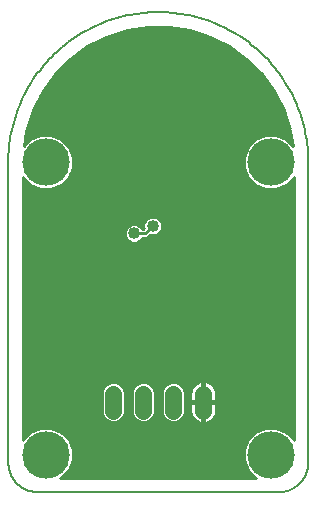
<source format=gbl>
G75*
%MOIN*%
%OFA0B0*%
%FSLAX25Y25*%
%IPPOS*%
%LPD*%
%AMOC8*
5,1,8,0,0,1.08239X$1,22.5*
%
%ADD10C,0.00500*%
%ADD11C,0.05543*%
%ADD12C,0.15811*%
%ADD13C,0.01000*%
%ADD14C,0.04000*%
D10*
X0004000Y0014000D02*
X0004000Y0114000D01*
X0004015Y0115218D01*
X0004059Y0116434D01*
X0004133Y0117650D01*
X0004237Y0118863D01*
X0004370Y0120073D01*
X0004533Y0121280D01*
X0004725Y0122482D01*
X0004946Y0123680D01*
X0005196Y0124872D01*
X0005475Y0126057D01*
X0005783Y0127235D01*
X0006120Y0128405D01*
X0006485Y0129567D01*
X0006878Y0130719D01*
X0007299Y0131862D01*
X0007748Y0132993D01*
X0008224Y0134114D01*
X0008728Y0135223D01*
X0009258Y0136319D01*
X0009815Y0137402D01*
X0010398Y0138471D01*
X0011006Y0139525D01*
X0011641Y0140565D01*
X0012300Y0141588D01*
X0012984Y0142596D01*
X0013693Y0143586D01*
X0014425Y0144559D01*
X0015181Y0145513D01*
X0015960Y0146449D01*
X0016761Y0147366D01*
X0017585Y0148263D01*
X0018430Y0149139D01*
X0019296Y0149995D01*
X0020183Y0150830D01*
X0021090Y0151642D01*
X0022016Y0152432D01*
X0022962Y0153200D01*
X0023925Y0153944D01*
X0024907Y0154664D01*
X0025906Y0155361D01*
X0026921Y0156033D01*
X0027953Y0156680D01*
X0029000Y0157301D01*
X0030062Y0157897D01*
X0031138Y0158467D01*
X0032227Y0159011D01*
X0033330Y0159527D01*
X0034445Y0160017D01*
X0035571Y0160480D01*
X0036708Y0160915D01*
X0037856Y0161322D01*
X0039013Y0161701D01*
X0040179Y0162052D01*
X0041353Y0162374D01*
X0042535Y0162668D01*
X0043724Y0162933D01*
X0044918Y0163168D01*
X0046118Y0163375D01*
X0047323Y0163552D01*
X0048531Y0163700D01*
X0049743Y0163818D01*
X0050958Y0163907D01*
X0052174Y0163967D01*
X0053391Y0163996D01*
X0054609Y0163996D01*
X0055826Y0163967D01*
X0057042Y0163907D01*
X0058257Y0163818D01*
X0059469Y0163700D01*
X0060677Y0163552D01*
X0061882Y0163375D01*
X0063082Y0163168D01*
X0064276Y0162933D01*
X0065465Y0162668D01*
X0066647Y0162374D01*
X0067821Y0162052D01*
X0068987Y0161701D01*
X0070144Y0161322D01*
X0071292Y0160915D01*
X0072429Y0160480D01*
X0073555Y0160017D01*
X0074670Y0159527D01*
X0075773Y0159011D01*
X0076862Y0158467D01*
X0077938Y0157897D01*
X0079000Y0157301D01*
X0080047Y0156680D01*
X0081079Y0156033D01*
X0082094Y0155361D01*
X0083093Y0154664D01*
X0084075Y0153944D01*
X0085038Y0153200D01*
X0085984Y0152432D01*
X0086910Y0151642D01*
X0087817Y0150830D01*
X0088704Y0149995D01*
X0089570Y0149139D01*
X0090415Y0148263D01*
X0091239Y0147366D01*
X0092040Y0146449D01*
X0092819Y0145513D01*
X0093575Y0144559D01*
X0094307Y0143586D01*
X0095016Y0142596D01*
X0095700Y0141588D01*
X0096359Y0140565D01*
X0096994Y0139525D01*
X0097602Y0138471D01*
X0098185Y0137402D01*
X0098742Y0136319D01*
X0099272Y0135223D01*
X0099776Y0134114D01*
X0100252Y0132993D01*
X0100701Y0131862D01*
X0101122Y0130719D01*
X0101515Y0129567D01*
X0101880Y0128405D01*
X0102217Y0127235D01*
X0102525Y0126057D01*
X0102804Y0124872D01*
X0103054Y0123680D01*
X0103275Y0122482D01*
X0103467Y0121280D01*
X0103630Y0120073D01*
X0103763Y0118863D01*
X0103867Y0117650D01*
X0103941Y0116434D01*
X0103985Y0115218D01*
X0104000Y0114000D01*
X0104000Y0014000D01*
X0103997Y0013758D01*
X0103988Y0013517D01*
X0103974Y0013276D01*
X0103953Y0013035D01*
X0103927Y0012795D01*
X0103895Y0012555D01*
X0103857Y0012316D01*
X0103814Y0012079D01*
X0103764Y0011842D01*
X0103709Y0011607D01*
X0103649Y0011373D01*
X0103582Y0011141D01*
X0103511Y0010910D01*
X0103433Y0010681D01*
X0103350Y0010454D01*
X0103262Y0010229D01*
X0103168Y0010006D01*
X0103069Y0009786D01*
X0102964Y0009568D01*
X0102855Y0009353D01*
X0102740Y0009140D01*
X0102620Y0008930D01*
X0102495Y0008724D01*
X0102365Y0008520D01*
X0102230Y0008319D01*
X0102090Y0008122D01*
X0101946Y0007928D01*
X0101797Y0007738D01*
X0101643Y0007552D01*
X0101485Y0007369D01*
X0101323Y0007190D01*
X0101156Y0007015D01*
X0100985Y0006844D01*
X0100810Y0006677D01*
X0100631Y0006515D01*
X0100448Y0006357D01*
X0100262Y0006203D01*
X0100072Y0006054D01*
X0099878Y0005910D01*
X0099681Y0005770D01*
X0099480Y0005635D01*
X0099276Y0005505D01*
X0099070Y0005380D01*
X0098860Y0005260D01*
X0098647Y0005145D01*
X0098432Y0005036D01*
X0098214Y0004931D01*
X0097994Y0004832D01*
X0097771Y0004738D01*
X0097546Y0004650D01*
X0097319Y0004567D01*
X0097090Y0004489D01*
X0096859Y0004418D01*
X0096627Y0004351D01*
X0096393Y0004291D01*
X0096158Y0004236D01*
X0095921Y0004186D01*
X0095684Y0004143D01*
X0095445Y0004105D01*
X0095205Y0004073D01*
X0094965Y0004047D01*
X0094724Y0004026D01*
X0094483Y0004012D01*
X0094242Y0004003D01*
X0094000Y0004000D01*
X0014000Y0004000D01*
X0013758Y0004003D01*
X0013517Y0004012D01*
X0013276Y0004026D01*
X0013035Y0004047D01*
X0012795Y0004073D01*
X0012555Y0004105D01*
X0012316Y0004143D01*
X0012079Y0004186D01*
X0011842Y0004236D01*
X0011607Y0004291D01*
X0011373Y0004351D01*
X0011141Y0004418D01*
X0010910Y0004489D01*
X0010681Y0004567D01*
X0010454Y0004650D01*
X0010229Y0004738D01*
X0010006Y0004832D01*
X0009786Y0004931D01*
X0009568Y0005036D01*
X0009353Y0005145D01*
X0009140Y0005260D01*
X0008930Y0005380D01*
X0008724Y0005505D01*
X0008520Y0005635D01*
X0008319Y0005770D01*
X0008122Y0005910D01*
X0007928Y0006054D01*
X0007738Y0006203D01*
X0007552Y0006357D01*
X0007369Y0006515D01*
X0007190Y0006677D01*
X0007015Y0006844D01*
X0006844Y0007015D01*
X0006677Y0007190D01*
X0006515Y0007369D01*
X0006357Y0007552D01*
X0006203Y0007738D01*
X0006054Y0007928D01*
X0005910Y0008122D01*
X0005770Y0008319D01*
X0005635Y0008520D01*
X0005505Y0008724D01*
X0005380Y0008930D01*
X0005260Y0009140D01*
X0005145Y0009353D01*
X0005036Y0009568D01*
X0004931Y0009786D01*
X0004832Y0010006D01*
X0004738Y0010229D01*
X0004650Y0010454D01*
X0004567Y0010681D01*
X0004489Y0010910D01*
X0004418Y0011141D01*
X0004351Y0011373D01*
X0004291Y0011607D01*
X0004236Y0011842D01*
X0004186Y0012079D01*
X0004143Y0012316D01*
X0004105Y0012555D01*
X0004073Y0012795D01*
X0004047Y0013035D01*
X0004026Y0013276D01*
X0004012Y0013517D01*
X0004003Y0013758D01*
X0004000Y0014000D01*
D11*
X0039000Y0031228D02*
X0039000Y0036772D01*
X0049000Y0036772D02*
X0049000Y0031228D01*
X0059000Y0031228D02*
X0059000Y0036772D01*
X0069000Y0036772D02*
X0069000Y0031228D01*
D12*
X0091500Y0016500D03*
X0091500Y0114000D03*
X0016500Y0114000D03*
X0016500Y0016500D03*
D13*
X0021322Y0008750D02*
X0021601Y0008865D01*
X0024134Y0011399D01*
X0025505Y0014709D01*
X0025505Y0018291D01*
X0024134Y0021601D01*
X0021601Y0024134D01*
X0018291Y0025505D01*
X0014709Y0025505D01*
X0011399Y0024134D01*
X0008865Y0021601D01*
X0008750Y0021322D01*
X0008750Y0109178D01*
X0008865Y0108899D01*
X0011399Y0106365D01*
X0014709Y0104994D01*
X0018291Y0104994D01*
X0021601Y0106365D01*
X0024134Y0108899D01*
X0025505Y0112209D01*
X0025505Y0115791D01*
X0024134Y0119101D01*
X0021601Y0121634D01*
X0018291Y0123005D01*
X0014709Y0123005D01*
X0011399Y0121634D01*
X0009186Y0119422D01*
X0010000Y0124563D01*
X0012194Y0131316D01*
X0015418Y0137643D01*
X0019592Y0143388D01*
X0024612Y0148408D01*
X0030357Y0152582D01*
X0036684Y0155806D01*
X0043437Y0158000D01*
X0050450Y0159111D01*
X0057550Y0159111D01*
X0064563Y0158000D01*
X0071316Y0155806D01*
X0077643Y0152582D01*
X0083388Y0148408D01*
X0088408Y0143388D01*
X0092582Y0137643D01*
X0095806Y0131316D01*
X0098000Y0124563D01*
X0098814Y0119422D01*
X0096601Y0121634D01*
X0093291Y0123005D01*
X0089709Y0123005D01*
X0086399Y0121634D01*
X0083865Y0119101D01*
X0082494Y0115791D01*
X0082494Y0112209D01*
X0083865Y0108899D01*
X0086399Y0106365D01*
X0089709Y0104994D01*
X0093291Y0104994D01*
X0096601Y0106365D01*
X0099134Y0108899D01*
X0099250Y0109178D01*
X0099250Y0021322D01*
X0099134Y0021601D01*
X0096601Y0024134D01*
X0093291Y0025505D01*
X0089709Y0025505D01*
X0086399Y0024134D01*
X0083865Y0021601D01*
X0082494Y0018291D01*
X0082494Y0014709D01*
X0083865Y0011399D01*
X0086399Y0008865D01*
X0086678Y0008750D01*
X0021322Y0008750D01*
X0022224Y0009488D02*
X0085776Y0009488D01*
X0084778Y0010487D02*
X0023222Y0010487D01*
X0024170Y0011485D02*
X0083830Y0011485D01*
X0083416Y0012484D02*
X0024584Y0012484D01*
X0024997Y0013482D02*
X0083003Y0013482D01*
X0082589Y0014481D02*
X0025411Y0014481D01*
X0025505Y0015479D02*
X0082494Y0015479D01*
X0082494Y0016478D02*
X0025505Y0016478D01*
X0025505Y0017476D02*
X0082494Y0017476D01*
X0082570Y0018475D02*
X0025430Y0018475D01*
X0025016Y0019473D02*
X0082984Y0019473D01*
X0083398Y0020472D02*
X0024602Y0020472D01*
X0024189Y0021470D02*
X0083811Y0021470D01*
X0084733Y0022469D02*
X0023267Y0022469D01*
X0022268Y0023467D02*
X0085732Y0023467D01*
X0087199Y0024466D02*
X0020801Y0024466D01*
X0018391Y0025464D02*
X0089609Y0025464D01*
X0093391Y0025464D02*
X0099250Y0025464D01*
X0099250Y0024466D02*
X0095801Y0024466D01*
X0097268Y0023467D02*
X0099250Y0023467D01*
X0099250Y0022469D02*
X0098267Y0022469D01*
X0099189Y0021470D02*
X0099250Y0021470D01*
X0099250Y0026463D02*
X0008750Y0026463D01*
X0008750Y0027461D02*
X0037977Y0027461D01*
X0038230Y0027357D02*
X0039770Y0027357D01*
X0041193Y0027946D01*
X0042282Y0029035D01*
X0042872Y0030458D01*
X0042872Y0037542D01*
X0042282Y0038965D01*
X0041193Y0040054D01*
X0039770Y0040643D01*
X0038230Y0040643D01*
X0036807Y0040054D01*
X0035718Y0038965D01*
X0035128Y0037542D01*
X0035128Y0030458D01*
X0035718Y0029035D01*
X0036807Y0027946D01*
X0038230Y0027357D01*
X0040023Y0027461D02*
X0047977Y0027461D01*
X0048230Y0027357D02*
X0049770Y0027357D01*
X0051193Y0027946D01*
X0052282Y0029035D01*
X0052872Y0030458D01*
X0052872Y0037542D01*
X0052282Y0038965D01*
X0051193Y0040054D01*
X0049770Y0040643D01*
X0048230Y0040643D01*
X0046807Y0040054D01*
X0045718Y0038965D01*
X0045128Y0037542D01*
X0045128Y0030458D01*
X0045718Y0029035D01*
X0046807Y0027946D01*
X0048230Y0027357D01*
X0050023Y0027461D02*
X0057977Y0027461D01*
X0058230Y0027357D02*
X0059770Y0027357D01*
X0061193Y0027946D01*
X0062282Y0029035D01*
X0062872Y0030458D01*
X0062872Y0037542D01*
X0062282Y0038965D01*
X0061193Y0040054D01*
X0059770Y0040643D01*
X0058230Y0040643D01*
X0056807Y0040054D01*
X0055718Y0038965D01*
X0055128Y0037542D01*
X0055128Y0030458D01*
X0055718Y0029035D01*
X0056807Y0027946D01*
X0058230Y0027357D01*
X0056293Y0028460D02*
X0051707Y0028460D01*
X0052457Y0029458D02*
X0055543Y0029458D01*
X0055129Y0030457D02*
X0052871Y0030457D01*
X0052872Y0031455D02*
X0055128Y0031455D01*
X0055128Y0032454D02*
X0052872Y0032454D01*
X0052872Y0033452D02*
X0055128Y0033452D01*
X0055128Y0034451D02*
X0052872Y0034451D01*
X0052872Y0035449D02*
X0055128Y0035449D01*
X0055128Y0036448D02*
X0052872Y0036448D01*
X0052872Y0037446D02*
X0055128Y0037446D01*
X0055502Y0038445D02*
X0052498Y0038445D01*
X0051804Y0039443D02*
X0056196Y0039443D01*
X0057744Y0040442D02*
X0050256Y0040442D01*
X0047744Y0040442D02*
X0040256Y0040442D01*
X0041804Y0039443D02*
X0046196Y0039443D01*
X0045502Y0038445D02*
X0042498Y0038445D01*
X0042872Y0037446D02*
X0045128Y0037446D01*
X0045128Y0036448D02*
X0042872Y0036448D01*
X0042872Y0035449D02*
X0045128Y0035449D01*
X0045128Y0034451D02*
X0042872Y0034451D01*
X0042872Y0033452D02*
X0045128Y0033452D01*
X0045128Y0032454D02*
X0042872Y0032454D01*
X0042872Y0031455D02*
X0045128Y0031455D01*
X0045129Y0030457D02*
X0042871Y0030457D01*
X0042457Y0029458D02*
X0045543Y0029458D01*
X0046293Y0028460D02*
X0041707Y0028460D01*
X0036293Y0028460D02*
X0008750Y0028460D01*
X0008750Y0029458D02*
X0035543Y0029458D01*
X0035129Y0030457D02*
X0008750Y0030457D01*
X0008750Y0031455D02*
X0035128Y0031455D01*
X0035128Y0032454D02*
X0008750Y0032454D01*
X0008750Y0033452D02*
X0035128Y0033452D01*
X0035128Y0034451D02*
X0008750Y0034451D01*
X0008750Y0035449D02*
X0035128Y0035449D01*
X0035128Y0036448D02*
X0008750Y0036448D01*
X0008750Y0037446D02*
X0035128Y0037446D01*
X0035502Y0038445D02*
X0008750Y0038445D01*
X0008750Y0039443D02*
X0036196Y0039443D01*
X0037744Y0040442D02*
X0008750Y0040442D01*
X0008750Y0041440D02*
X0099250Y0041440D01*
X0099250Y0040442D02*
X0071206Y0040442D01*
X0071239Y0040425D02*
X0070640Y0040730D01*
X0070000Y0040938D01*
X0069386Y0041035D01*
X0069386Y0034386D01*
X0073272Y0034386D01*
X0073272Y0037108D01*
X0073166Y0037772D01*
X0072959Y0038411D01*
X0072653Y0039010D01*
X0072258Y0039554D01*
X0071783Y0040030D01*
X0071239Y0040425D01*
X0072339Y0039443D02*
X0099250Y0039443D01*
X0099250Y0038445D02*
X0072942Y0038445D01*
X0073218Y0037446D02*
X0099250Y0037446D01*
X0099250Y0036448D02*
X0073272Y0036448D01*
X0073272Y0035449D02*
X0099250Y0035449D01*
X0099250Y0034451D02*
X0073272Y0034451D01*
X0073272Y0033614D02*
X0069386Y0033614D01*
X0069386Y0034386D01*
X0068614Y0034386D01*
X0068614Y0041035D01*
X0068000Y0040938D01*
X0067360Y0040730D01*
X0066761Y0040425D01*
X0066217Y0040030D01*
X0065742Y0039554D01*
X0065347Y0039010D01*
X0065041Y0038411D01*
X0064834Y0037772D01*
X0064728Y0037108D01*
X0064728Y0034386D01*
X0068614Y0034386D01*
X0068614Y0033614D01*
X0069386Y0033614D01*
X0069386Y0026965D01*
X0070000Y0027062D01*
X0070640Y0027270D01*
X0071239Y0027575D01*
X0071783Y0027970D01*
X0072258Y0028446D01*
X0072653Y0028990D01*
X0072959Y0029589D01*
X0073166Y0030228D01*
X0073272Y0030892D01*
X0073272Y0033614D01*
X0073272Y0033452D02*
X0099250Y0033452D01*
X0099250Y0032454D02*
X0073272Y0032454D01*
X0073272Y0031455D02*
X0099250Y0031455D01*
X0099250Y0030457D02*
X0073203Y0030457D01*
X0072892Y0029458D02*
X0099250Y0029458D01*
X0099250Y0028460D02*
X0072269Y0028460D01*
X0071016Y0027461D02*
X0099250Y0027461D01*
X0099250Y0042439D02*
X0008750Y0042439D01*
X0008750Y0043437D02*
X0099250Y0043437D01*
X0099250Y0044436D02*
X0008750Y0044436D01*
X0008750Y0045434D02*
X0099250Y0045434D01*
X0099250Y0046433D02*
X0008750Y0046433D01*
X0008750Y0047432D02*
X0099250Y0047432D01*
X0099250Y0048430D02*
X0008750Y0048430D01*
X0008750Y0049429D02*
X0099250Y0049429D01*
X0099250Y0050427D02*
X0008750Y0050427D01*
X0008750Y0051426D02*
X0099250Y0051426D01*
X0099250Y0052424D02*
X0008750Y0052424D01*
X0008750Y0053423D02*
X0099250Y0053423D01*
X0099250Y0054421D02*
X0008750Y0054421D01*
X0008750Y0055420D02*
X0099250Y0055420D01*
X0099250Y0056418D02*
X0008750Y0056418D01*
X0008750Y0057417D02*
X0099250Y0057417D01*
X0099250Y0058415D02*
X0008750Y0058415D01*
X0008750Y0059414D02*
X0099250Y0059414D01*
X0099250Y0060412D02*
X0008750Y0060412D01*
X0008750Y0061411D02*
X0099250Y0061411D01*
X0099250Y0062409D02*
X0008750Y0062409D01*
X0008750Y0063408D02*
X0099250Y0063408D01*
X0099250Y0064406D02*
X0008750Y0064406D01*
X0008750Y0065405D02*
X0099250Y0065405D01*
X0099250Y0066403D02*
X0008750Y0066403D01*
X0008750Y0067402D02*
X0099250Y0067402D01*
X0099250Y0068400D02*
X0008750Y0068400D01*
X0008750Y0069399D02*
X0099250Y0069399D01*
X0099250Y0070397D02*
X0008750Y0070397D01*
X0008750Y0071396D02*
X0099250Y0071396D01*
X0099250Y0072394D02*
X0008750Y0072394D01*
X0008750Y0073393D02*
X0099250Y0073393D01*
X0099250Y0074391D02*
X0008750Y0074391D01*
X0008750Y0075390D02*
X0099250Y0075390D01*
X0099250Y0076388D02*
X0008750Y0076388D01*
X0008750Y0077387D02*
X0099250Y0077387D01*
X0099250Y0078385D02*
X0008750Y0078385D01*
X0008750Y0079384D02*
X0099250Y0079384D01*
X0099250Y0080382D02*
X0008750Y0080382D01*
X0008750Y0081381D02*
X0099250Y0081381D01*
X0099250Y0082379D02*
X0008750Y0082379D01*
X0008750Y0083378D02*
X0099250Y0083378D01*
X0099250Y0084376D02*
X0008750Y0084376D01*
X0008750Y0085375D02*
X0099250Y0085375D01*
X0099250Y0086373D02*
X0008750Y0086373D01*
X0008750Y0087372D02*
X0044722Y0087372D01*
X0045258Y0087150D02*
X0046492Y0087150D01*
X0047631Y0087622D01*
X0048503Y0088494D01*
X0048568Y0088650D01*
X0050288Y0088650D01*
X0051225Y0089587D01*
X0051352Y0089715D01*
X0051508Y0089650D01*
X0052742Y0089650D01*
X0053881Y0090122D01*
X0054753Y0090994D01*
X0055225Y0092133D01*
X0055225Y0093367D01*
X0054753Y0094506D01*
X0053881Y0095378D01*
X0052742Y0095850D01*
X0051508Y0095850D01*
X0050369Y0095378D01*
X0049497Y0094506D01*
X0049025Y0093367D01*
X0049025Y0092133D01*
X0049090Y0091977D01*
X0048962Y0091850D01*
X0048568Y0091850D01*
X0048503Y0092006D01*
X0047631Y0092878D01*
X0046492Y0093350D01*
X0045258Y0093350D01*
X0044119Y0092878D01*
X0043247Y0092006D01*
X0042775Y0090867D01*
X0042775Y0089633D01*
X0043247Y0088494D01*
X0044119Y0087622D01*
X0045258Y0087150D01*
X0043370Y0088370D02*
X0008750Y0088370D01*
X0008750Y0089369D02*
X0042884Y0089369D01*
X0042775Y0090368D02*
X0008750Y0090368D01*
X0008750Y0091366D02*
X0042982Y0091366D01*
X0043605Y0092365D02*
X0008750Y0092365D01*
X0008750Y0093363D02*
X0049025Y0093363D01*
X0049025Y0092365D02*
X0048145Y0092365D01*
X0049625Y0090250D02*
X0045875Y0090250D01*
X0047028Y0087372D02*
X0099250Y0087372D01*
X0099250Y0088370D02*
X0048380Y0088370D01*
X0049625Y0090250D02*
X0052125Y0092750D01*
X0053899Y0095360D02*
X0099250Y0095360D01*
X0099250Y0094362D02*
X0054813Y0094362D01*
X0055225Y0093363D02*
X0099250Y0093363D01*
X0099250Y0092365D02*
X0055225Y0092365D01*
X0054907Y0091366D02*
X0099250Y0091366D01*
X0099250Y0090368D02*
X0054127Y0090368D01*
X0051007Y0089369D02*
X0099250Y0089369D01*
X0099250Y0096359D02*
X0008750Y0096359D01*
X0008750Y0097357D02*
X0099250Y0097357D01*
X0099250Y0098356D02*
X0008750Y0098356D01*
X0008750Y0099354D02*
X0099250Y0099354D01*
X0099250Y0100353D02*
X0008750Y0100353D01*
X0008750Y0101351D02*
X0099250Y0101351D01*
X0099250Y0102350D02*
X0008750Y0102350D01*
X0008750Y0103348D02*
X0099250Y0103348D01*
X0099250Y0104347D02*
X0008750Y0104347D01*
X0008750Y0105345D02*
X0013862Y0105345D01*
X0011451Y0106344D02*
X0008750Y0106344D01*
X0008750Y0107342D02*
X0010422Y0107342D01*
X0009424Y0108341D02*
X0008750Y0108341D01*
X0009329Y0120323D02*
X0010087Y0120323D01*
X0009487Y0121321D02*
X0011086Y0121321D01*
X0009803Y0123318D02*
X0098197Y0123318D01*
X0098355Y0122320D02*
X0094947Y0122320D01*
X0096914Y0121321D02*
X0098513Y0121321D01*
X0098671Y0120323D02*
X0097913Y0120323D01*
X0098039Y0124317D02*
X0009961Y0124317D01*
X0010245Y0125315D02*
X0097755Y0125315D01*
X0097431Y0126314D02*
X0010569Y0126314D01*
X0010893Y0127312D02*
X0097107Y0127312D01*
X0096782Y0128311D02*
X0011218Y0128311D01*
X0011542Y0129309D02*
X0096458Y0129309D01*
X0096133Y0130308D02*
X0011867Y0130308D01*
X0012191Y0131306D02*
X0095809Y0131306D01*
X0095302Y0132305D02*
X0012698Y0132305D01*
X0013207Y0133303D02*
X0094793Y0133303D01*
X0094284Y0134302D02*
X0013716Y0134302D01*
X0014224Y0135301D02*
X0093776Y0135301D01*
X0093267Y0136299D02*
X0014733Y0136299D01*
X0015242Y0137298D02*
X0092758Y0137298D01*
X0092582Y0137643D02*
X0092582Y0137643D01*
X0092108Y0138296D02*
X0015892Y0138296D01*
X0016618Y0139295D02*
X0091382Y0139295D01*
X0090657Y0140293D02*
X0017343Y0140293D01*
X0018069Y0141292D02*
X0089931Y0141292D01*
X0089206Y0142290D02*
X0018794Y0142290D01*
X0019520Y0143289D02*
X0088480Y0143289D01*
X0088408Y0143388D02*
X0088408Y0143388D01*
X0087509Y0144287D02*
X0020491Y0144287D01*
X0021490Y0145286D02*
X0086510Y0145286D01*
X0085512Y0146284D02*
X0022488Y0146284D01*
X0023487Y0147283D02*
X0084513Y0147283D01*
X0083515Y0148281D02*
X0024485Y0148281D01*
X0025812Y0149280D02*
X0082188Y0149280D01*
X0080814Y0150278D02*
X0027186Y0150278D01*
X0028560Y0151277D02*
X0079440Y0151277D01*
X0078065Y0152275D02*
X0029935Y0152275D01*
X0031715Y0153274D02*
X0076285Y0153274D01*
X0074326Y0154272D02*
X0033674Y0154272D01*
X0035634Y0155271D02*
X0072366Y0155271D01*
X0069889Y0156269D02*
X0038111Y0156269D01*
X0041184Y0157268D02*
X0066816Y0157268D01*
X0062881Y0158266D02*
X0045119Y0158266D01*
X0021914Y0121321D02*
X0086086Y0121321D01*
X0085087Y0120323D02*
X0022913Y0120323D01*
X0023911Y0119324D02*
X0084089Y0119324D01*
X0083544Y0118326D02*
X0024456Y0118326D01*
X0024869Y0117327D02*
X0083131Y0117327D01*
X0082717Y0116329D02*
X0025283Y0116329D01*
X0025505Y0115330D02*
X0082494Y0115330D01*
X0082494Y0114332D02*
X0025505Y0114332D01*
X0025505Y0113333D02*
X0082494Y0113333D01*
X0082494Y0112335D02*
X0025505Y0112335D01*
X0025144Y0111336D02*
X0082856Y0111336D01*
X0083269Y0110338D02*
X0024731Y0110338D01*
X0024317Y0109339D02*
X0083683Y0109339D01*
X0084424Y0108341D02*
X0023576Y0108341D01*
X0022578Y0107342D02*
X0085422Y0107342D01*
X0086451Y0106344D02*
X0021549Y0106344D01*
X0019138Y0105345D02*
X0088862Y0105345D01*
X0094138Y0105345D02*
X0099250Y0105345D01*
X0099250Y0106344D02*
X0096549Y0106344D01*
X0097578Y0107342D02*
X0099250Y0107342D01*
X0099250Y0108341D02*
X0098576Y0108341D01*
X0088053Y0122320D02*
X0019947Y0122320D01*
X0013053Y0122320D02*
X0009645Y0122320D01*
X0008750Y0095360D02*
X0050351Y0095360D01*
X0049437Y0094362D02*
X0008750Y0094362D01*
X0008750Y0025464D02*
X0014609Y0025464D01*
X0012199Y0024466D02*
X0008750Y0024466D01*
X0008750Y0023467D02*
X0010732Y0023467D01*
X0009733Y0022469D02*
X0008750Y0022469D01*
X0008750Y0021470D02*
X0008811Y0021470D01*
X0060023Y0027461D02*
X0066984Y0027461D01*
X0066761Y0027575D02*
X0067360Y0027270D01*
X0068000Y0027062D01*
X0068614Y0026965D01*
X0068614Y0033614D01*
X0064728Y0033614D01*
X0064728Y0030892D01*
X0064834Y0030228D01*
X0065041Y0029589D01*
X0065347Y0028990D01*
X0065742Y0028446D01*
X0066217Y0027970D01*
X0066761Y0027575D01*
X0065731Y0028460D02*
X0061707Y0028460D01*
X0062457Y0029458D02*
X0065108Y0029458D01*
X0064797Y0030457D02*
X0062871Y0030457D01*
X0062872Y0031455D02*
X0064728Y0031455D01*
X0064728Y0032454D02*
X0062872Y0032454D01*
X0062872Y0033452D02*
X0064728Y0033452D01*
X0064728Y0034451D02*
X0062872Y0034451D01*
X0062872Y0035449D02*
X0064728Y0035449D01*
X0064728Y0036448D02*
X0062872Y0036448D01*
X0062872Y0037446D02*
X0064782Y0037446D01*
X0065058Y0038445D02*
X0062498Y0038445D01*
X0061804Y0039443D02*
X0065661Y0039443D01*
X0066794Y0040442D02*
X0060256Y0040442D01*
X0068614Y0040442D02*
X0069386Y0040442D01*
X0069386Y0039443D02*
X0068614Y0039443D01*
X0068614Y0038445D02*
X0069386Y0038445D01*
X0069386Y0037446D02*
X0068614Y0037446D01*
X0068614Y0036448D02*
X0069386Y0036448D01*
X0069386Y0035449D02*
X0068614Y0035449D01*
X0068614Y0034451D02*
X0069386Y0034451D01*
X0069386Y0033452D02*
X0068614Y0033452D01*
X0068614Y0032454D02*
X0069386Y0032454D01*
X0069386Y0031455D02*
X0068614Y0031455D01*
X0068614Y0030457D02*
X0069386Y0030457D01*
X0069386Y0029458D02*
X0068614Y0029458D01*
X0068614Y0028460D02*
X0069386Y0028460D01*
X0069386Y0027461D02*
X0068614Y0027461D01*
D14*
X0049000Y0086500D03*
X0045875Y0090250D03*
X0052125Y0092750D03*
M02*

</source>
